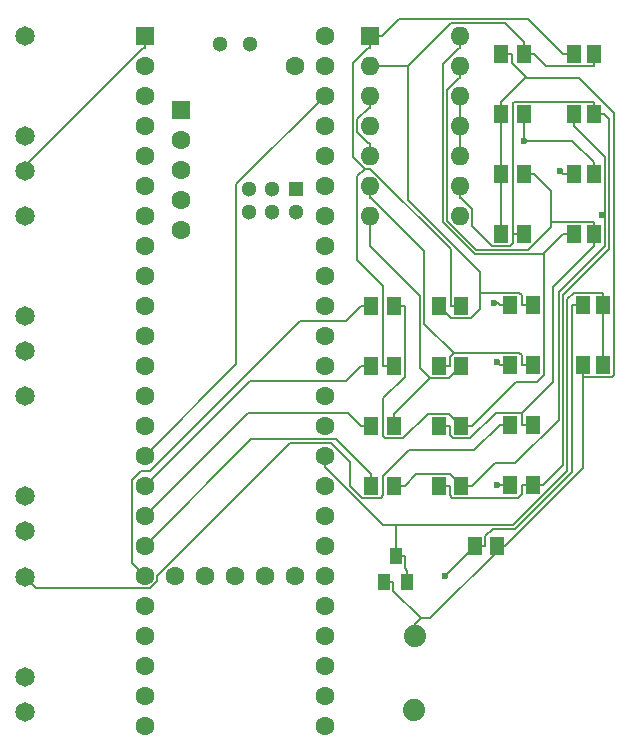
<source format=gbr>
%TF.GenerationSoftware,KiCad,Pcbnew,7.0.2-0*%
%TF.CreationDate,2023-11-13T17:50:44-05:00*%
%TF.ProjectId,Euro Power CV Shield,4575726f-2050-46f7-9765-722043562053,rev?*%
%TF.SameCoordinates,Original*%
%TF.FileFunction,Copper,L1,Top*%
%TF.FilePolarity,Positive*%
%FSLAX46Y46*%
G04 Gerber Fmt 4.6, Leading zero omitted, Abs format (unit mm)*
G04 Created by KiCad (PCBNEW 7.0.2-0) date 2023-11-13 17:50:44*
%MOMM*%
%LPD*%
G01*
G04 APERTURE LIST*
%TA.AperFunction,ComponentPad*%
%ADD10C,1.600000*%
%TD*%
%TA.AperFunction,ComponentPad*%
%ADD11R,1.600000X1.600000*%
%TD*%
%TA.AperFunction,ComponentPad*%
%ADD12R,1.300000X1.300000*%
%TD*%
%TA.AperFunction,ComponentPad*%
%ADD13C,1.300000*%
%TD*%
%TA.AperFunction,ComponentPad*%
%ADD14O,1.600000X1.600000*%
%TD*%
%TA.AperFunction,SMDPad,CuDef*%
%ADD15R,1.300000X1.500000*%
%TD*%
%TA.AperFunction,ComponentPad*%
%ADD16C,1.650000*%
%TD*%
%TA.AperFunction,ComponentPad*%
%ADD17C,1.879600*%
%TD*%
%TA.AperFunction,SMDPad,CuDef*%
%ADD18R,1.000000X1.400000*%
%TD*%
%TA.AperFunction,ViaPad*%
%ADD19C,0.600000*%
%TD*%
%TA.AperFunction,Conductor*%
%ADD20C,0.200000*%
%TD*%
G04 APERTURE END LIST*
D10*
%TO.P,U2,49,VUSB*%
%TO.N,unconnected-(U2-VUSB-Pad49)*%
X132080000Y-78740000D03*
%TO.P,U2,59,GND*%
%TO.N,unconnected-(U2-GND-Pad59)*%
X122430800Y-92659200D03*
%TO.P,U2,58,GND*%
%TO.N,unconnected-(U2-GND-Pad58)*%
X122430800Y-90119200D03*
%TO.P,U2,57,D+*%
%TO.N,unconnected-(U2-D+-Pad57)*%
X122430800Y-87579200D03*
%TO.P,U2,56,D-*%
%TO.N,unconnected-(U2-D--Pad56)*%
X122430800Y-85039200D03*
D11*
%TO.P,U2,55,5V*%
%TO.N,unconnected-(U2-5V-Pad55)*%
X122430800Y-82499200D03*
D10*
%TO.P,U2,48,VIN*%
%TO.N,unconnected-(U2-VIN-Pad48)*%
X134620000Y-76200000D03*
%TO.P,U2,47,GND*%
%TO.N,GND*%
X134620000Y-78740000D03*
%TO.P,U2,46,3V3*%
%TO.N,/3V3*%
X134620000Y-81280000D03*
%TO.P,U2,45,23_A9_CRX1_MCLK1*%
%TO.N,unconnected-(U2-23_A9_CRX1_MCLK1-Pad45)*%
X134620000Y-83820000D03*
%TO.P,U2,44,22_A8_CTX1*%
%TO.N,unconnected-(U2-22_A8_CTX1-Pad44)*%
X134620000Y-86360000D03*
%TO.P,U2,43,21_A7_RX5_BCLK1*%
%TO.N,unconnected-(U2-21_A7_RX5_BCLK1-Pad43)*%
X134620000Y-88900000D03*
%TO.P,U2,42,20_A6_TX5_LRCLK1*%
%TO.N,unconnected-(U2-20_A6_TX5_LRCLK1-Pad42)*%
X134620000Y-91440000D03*
%TO.P,U2,41,19_A5_SCL*%
%TO.N,unconnected-(U2-19_A5_SCL-Pad41)*%
X134620000Y-93980000D03*
%TO.P,U2,40,18_A4_SDA*%
%TO.N,unconnected-(U2-18_A4_SDA-Pad40)*%
X134620000Y-96520000D03*
%TO.P,U2,39,17_A3_TX4_SDA1*%
%TO.N,unconnected-(U2-17_A3_TX4_SDA1-Pad39)*%
X134620000Y-99060000D03*
%TO.P,U2,38,16_A2_RX4_SCL1*%
%TO.N,unconnected-(U2-16_A2_RX4_SCL1-Pad38)*%
X134620000Y-101600000D03*
%TO.P,U2,37,15_A1_RX3_SPDIF_IN*%
%TO.N,unconnected-(U2-15_A1_RX3_SPDIF_IN-Pad37)*%
X134620000Y-104140000D03*
%TO.P,U2,36,14_A0_TX3_SPDIF_OUT*%
%TO.N,unconnected-(U2-14_A0_TX3_SPDIF_OUT-Pad36)*%
X134620000Y-106680000D03*
%TO.P,U2,35,13_SCK_LED*%
%TO.N,unconnected-(U2-13_SCK_LED-Pad35)*%
X134620000Y-109220000D03*
D11*
%TO.P,U2,1,GND*%
%TO.N,GND*%
X119380000Y-76200000D03*
D10*
%TO.P,U2,2,0_RX1_CRX2_CS1*%
%TO.N,unconnected-(U2-0_RX1_CRX2_CS1-Pad2)*%
X119380000Y-78740000D03*
%TO.P,U2,3,1_TX1_CTX2_MISO1*%
%TO.N,unconnected-(U2-1_TX1_CTX2_MISO1-Pad3)*%
X119380000Y-81280000D03*
%TO.P,U2,4,2_OUT2*%
%TO.N,unconnected-(U2-2_OUT2-Pad4)*%
X119380000Y-83820000D03*
%TO.P,U2,5,3_LRCLK2*%
%TO.N,unconnected-(U2-3_LRCLK2-Pad5)*%
X119380000Y-86360000D03*
%TO.P,U2,6,4_BCLK2*%
%TO.N,unconnected-(U2-4_BCLK2-Pad6)*%
X119380000Y-88900000D03*
%TO.P,U2,7,5_IN2*%
%TO.N,unconnected-(U2-5_IN2-Pad7)*%
X119380000Y-91440000D03*
%TO.P,U2,8,6_OUT1D*%
%TO.N,unconnected-(U2-6_OUT1D-Pad8)*%
X119380000Y-93980000D03*
%TO.P,U2,9,7_RX2_OUT1A*%
%TO.N,unconnected-(U2-7_RX2_OUT1A-Pad9)*%
X119380000Y-96520000D03*
%TO.P,U2,10,8_TX2_IN1*%
%TO.N,unconnected-(U2-8_TX2_IN1-Pad10)*%
X119380000Y-99060000D03*
%TO.P,U2,11,9_OUT1C*%
%TO.N,unconnected-(U2-9_OUT1C-Pad11)*%
X119380000Y-101600000D03*
%TO.P,U2,12,10_CS_MQSR*%
%TO.N,unconnected-(U2-10_CS_MQSR-Pad12)*%
X119380000Y-104140000D03*
%TO.P,U2,13,11_MOSI_CTX1*%
%TO.N,unconnected-(U2-11_MOSI_CTX1-Pad13)*%
X119380000Y-106680000D03*
%TO.P,U2,34,GND*%
%TO.N,GND*%
X134620000Y-111760000D03*
%TO.P,U2,33,41_A17*%
%TO.N,unconnected-(U2-41_A17-Pad33)*%
X134620000Y-114300000D03*
%TO.P,U2,32,40_A16*%
%TO.N,unconnected-(U2-40_A16-Pad32)*%
X134620000Y-116840000D03*
%TO.P,U2,31,39_MISO1_OUT1A*%
%TO.N,unconnected-(U2-39_MISO1_OUT1A-Pad31)*%
X134620000Y-119380000D03*
%TO.P,U2,30,38_CS1_IN1*%
%TO.N,unconnected-(U2-38_CS1_IN1-Pad30)*%
X134620000Y-121920000D03*
%TO.P,U2,29,37_CS*%
%TO.N,unconnected-(U2-37_CS-Pad29)*%
X134620000Y-124460000D03*
%TO.P,U2,28,36_CS*%
%TO.N,unconnected-(U2-36_CS-Pad28)*%
X134620000Y-127000000D03*
%TO.P,U2,27,35_TX8*%
%TO.N,unconnected-(U2-35_TX8-Pad27)*%
X134620000Y-129540000D03*
%TO.P,U2,26,34_RX8*%
%TO.N,unconnected-(U2-34_RX8-Pad26)*%
X134620000Y-132080000D03*
%TO.P,U2,25,33_MCLK2*%
%TO.N,unconnected-(U2-33_MCLK2-Pad25)*%
X134620000Y-134620000D03*
%TO.P,U2,24,32_OUT1B*%
%TO.N,unconnected-(U2-32_OUT1B-Pad24)*%
X119380000Y-134620000D03*
%TO.P,U2,23,31_CTX3*%
%TO.N,unconnected-(U2-31_CTX3-Pad23)*%
X119380000Y-132080000D03*
%TO.P,U2,22,30_CRX3*%
%TO.N,unconnected-(U2-30_CRX3-Pad22)*%
X119380000Y-129540000D03*
%TO.P,U2,21,29_TX7*%
%TO.N,unconnected-(U2-29_TX7-Pad21)*%
X119380000Y-127000000D03*
%TO.P,U2,14,12_MISO_MQSL*%
%TO.N,unconnected-(U2-12_MISO_MQSL-Pad14)*%
X119380000Y-109220000D03*
%TO.P,U2,15,3V3*%
%TO.N,/3V3*%
X119380000Y-111760000D03*
%TO.P,U2,16,24_A10_TX6_SCL2*%
%TO.N,/CV_1*%
X119380000Y-114300000D03*
%TO.P,U2,20,28_RX7*%
%TO.N,unconnected-(U2-28_RX7-Pad20)*%
X119380000Y-124460000D03*
%TO.P,U2,19,27_A13_SCK1*%
%TO.N,/CV_4*%
X119380000Y-121920000D03*
%TO.P,U2,18,26_A12_MOSI1*%
%TO.N,/CV_3*%
X119380000Y-119380000D03*
%TO.P,U2,17,25_A11_RX6_SDA2*%
%TO.N,/CV_2*%
X119380000Y-116840000D03*
D12*
%TO.P,U2,60,R+*%
%TO.N,unconnected-(U2-R+-Pad60)*%
X132181600Y-89170000D03*
D13*
%TO.P,U2,65,R-*%
%TO.N,unconnected-(U2-R--Pad65)*%
X132181600Y-91170000D03*
%TO.P,U2,61,LED*%
%TO.N,unconnected-(U2-LED-Pad61)*%
X130181600Y-89170000D03*
%TO.P,U2,64,GND*%
%TO.N,unconnected-(U2-GND-Pad64)*%
X130181600Y-91170000D03*
%TO.P,U2,63,T+*%
%TO.N,unconnected-(U2-T+-Pad63)*%
X128181600Y-91170000D03*
%TO.P,U2,62,T-*%
%TO.N,unconnected-(U2-T--Pad62)*%
X128181600Y-89170000D03*
D10*
%TO.P,U2,50,VBAT*%
%TO.N,unconnected-(U2-VBAT-Pad50)*%
X121920000Y-121920000D03*
%TO.P,U2,51,3V3*%
%TO.N,unconnected-(U2-3V3-Pad51)*%
X124460000Y-121920000D03*
%TO.P,U2,52,GND*%
%TO.N,unconnected-(U2-GND-Pad52)*%
X127000000Y-121920000D03*
%TO.P,U2,53,PROGRAM*%
%TO.N,unconnected-(U2-PROGRAM-Pad53)*%
X129540000Y-121920000D03*
%TO.P,U2,54,ON_OFF*%
%TO.N,unconnected-(U2-ON_OFF-Pad54)*%
X132080000Y-121920000D03*
D13*
%TO.P,U2,67,D+*%
%TO.N,unconnected-(U2-D+-Pad67)*%
X125730000Y-76930000D03*
%TO.P,U2,66,D-*%
%TO.N,unconnected-(U2-D--Pad66)*%
X128270000Y-76930000D03*
%TD*%
D14*
%TO.P,U1,14*%
%TO.N,Net-(C5-Pad1)*%
X146060000Y-76220000D03*
%TO.P,U1,7*%
%TO.N,Net-(C12-Pad1)*%
X138440000Y-91460000D03*
%TO.P,U1,13,-*%
%TO.N,Net-(U1D--)*%
X146060000Y-78760000D03*
%TO.P,U1,6,-*%
%TO.N,Net-(U1B--)*%
X138440000Y-88920000D03*
%TO.P,U1,12,+*%
%TO.N,GND*%
X146060000Y-81300000D03*
%TO.P,U1,5,+*%
X138440000Y-86380000D03*
%TO.P,U1,11,V-*%
X146060000Y-83840000D03*
%TO.P,U1,4,V+*%
%TO.N,/3V3*%
X138440000Y-83840000D03*
%TO.P,U1,10,+*%
%TO.N,GND*%
X146060000Y-86380000D03*
%TO.P,U1,3,+*%
X138440000Y-81300000D03*
%TO.P,U1,9,-*%
%TO.N,Net-(U1C--)*%
X146060000Y-88920000D03*
%TO.P,U1,2,-*%
%TO.N,Net-(U1A--)*%
X138440000Y-78760000D03*
%TO.P,U1,8*%
%TO.N,Net-(C4-Pad1)*%
X146060000Y-91460000D03*
D11*
%TO.P,U1,1*%
%TO.N,Net-(C1-Pad1)*%
X138440000Y-76220000D03*
%TD*%
D15*
%TO.P,R17,1,1*%
%TO.N,Net-(CV_4-2)*%
X150320900Y-109131900D03*
%TO.P,R17,2,2*%
%TO.N,Net-(U1D--)*%
X152220900Y-109131900D03*
%TD*%
%TO.P,R16,1,1*%
%TO.N,Net-(U1D--)*%
X144293200Y-109249100D03*
%TO.P,R16,2,2*%
%TO.N,Net-(C5-Pad1)*%
X146193200Y-109249100D03*
%TD*%
%TO.P,R15,1,1*%
%TO.N,/OFFSET*%
X149565500Y-87915100D03*
%TO.P,R15,2,2*%
%TO.N,Net-(U1D--)*%
X151465500Y-87915100D03*
%TD*%
%TO.P,R14,1,1*%
%TO.N,/CV_4*%
X138573200Y-99089100D03*
%TO.P,R14,2,2*%
%TO.N,Net-(C5-Pad1)*%
X140473200Y-99089100D03*
%TD*%
%TO.P,R13,1,1*%
%TO.N,Net-(CV_3-2)*%
X150320900Y-114211900D03*
%TO.P,R13,2,2*%
%TO.N,Net-(U1C--)*%
X152220900Y-114211900D03*
%TD*%
%TO.P,R12,1,1*%
%TO.N,Net-(U1C--)*%
X144293200Y-114329100D03*
%TO.P,R12,2,2*%
%TO.N,Net-(C4-Pad1)*%
X146193200Y-114329100D03*
%TD*%
%TO.P,R11,1,1*%
%TO.N,/OFFSET*%
X149565500Y-92995100D03*
%TO.P,R11,2,2*%
%TO.N,Net-(U1C--)*%
X151465500Y-92995100D03*
%TD*%
%TO.P,R10,1,1*%
%TO.N,/CV_3*%
X138573200Y-114329100D03*
%TO.P,R10,2,2*%
%TO.N,Net-(C4-Pad1)*%
X140473200Y-114329100D03*
%TD*%
D16*
%TO.P,CV_4,P$1,2*%
%TO.N,Net-(CV_4-2)*%
X109220000Y-122000000D03*
%TO.P,CV_4,P$2,3*%
%TO.N,unconnected-(CV_4-3-PadP$2)*%
X109220000Y-130500000D03*
%TO.P,CV_4,P$3,1*%
%TO.N,GND*%
X109220000Y-133500000D03*
%TD*%
%TO.P,CV_3,P$1,2*%
%TO.N,Net-(CV_3-2)*%
X109220000Y-106680000D03*
%TO.P,CV_3,P$2,3*%
%TO.N,unconnected-(CV_3-3-PadP$2)*%
X109220000Y-115180000D03*
%TO.P,CV_3,P$3,1*%
%TO.N,GND*%
X109220000Y-118180000D03*
%TD*%
D15*
%TO.P,C5,1,1*%
%TO.N,Net-(C5-Pad1)*%
X155695500Y-92995100D03*
%TO.P,C5,2,2*%
%TO.N,Net-(U1D--)*%
X157395500Y-92995100D03*
%TD*%
%TO.P,C4,1,1*%
%TO.N,Net-(C4-Pad1)*%
X155695500Y-82835100D03*
%TO.P,C4,2,2*%
%TO.N,Net-(U1C--)*%
X157395500Y-82835100D03*
%TD*%
D17*
%TO.P,OffsetTestPoint (-5v),1,1*%
%TO.N,/OFFSET*%
X142240000Y-127000000D03*
%TD*%
D15*
%TO.P,R9,1,1*%
%TO.N,/CV_2*%
X138573200Y-109249100D03*
%TO.P,R9,2,2*%
%TO.N,Net-(C12-Pad1)*%
X140473200Y-109249100D03*
%TD*%
%TO.P,R8,1,1*%
%TO.N,Net-(U1B--)*%
X144293200Y-104169100D03*
%TO.P,R8,2,2*%
%TO.N,Net-(C12-Pad1)*%
X146193200Y-104169100D03*
%TD*%
%TO.P,R7,1,1*%
%TO.N,/OFFSET*%
X149565500Y-82835100D03*
%TO.P,R7,2,2*%
%TO.N,Net-(U1B--)*%
X151465500Y-82835100D03*
%TD*%
%TO.P,R6,1,1*%
%TO.N,/CV_1*%
X138573200Y-104169100D03*
%TO.P,R6,2,2*%
%TO.N,Net-(C1-Pad1)*%
X140473200Y-104169100D03*
%TD*%
%TO.P,R5,1,1*%
%TO.N,Net-(U1A--)*%
X144293200Y-99089100D03*
%TO.P,R5,2,2*%
%TO.N,Net-(C1-Pad1)*%
X146193200Y-99089100D03*
%TD*%
%TO.P,R4,1,1*%
%TO.N,/OFFSET*%
X149565500Y-77755100D03*
%TO.P,R4,2,2*%
%TO.N,Net-(U1A--)*%
X151465500Y-77755100D03*
%TD*%
%TO.P,R3,1,1*%
%TO.N,Net-(CV_1-2)*%
X150320900Y-98971900D03*
%TO.P,R3,2,2*%
%TO.N,Net-(U1A--)*%
X152220900Y-98971900D03*
%TD*%
%TO.P,R2,1,1*%
%TO.N,Net-(CV_2-2)*%
X150320900Y-104051900D03*
%TO.P,R2,2,2*%
%TO.N,Net-(U1B--)*%
X152220900Y-104051900D03*
%TD*%
%TO.P,R1,1,1*%
%TO.N,VEE*%
X147320000Y-119380000D03*
%TO.P,R1,2,2*%
%TO.N,/OFFSET*%
X149220000Y-119380000D03*
%TD*%
D18*
%TO.P,IC1,1,+VS*%
%TO.N,/OFFSET*%
X139671500Y-122455700D03*
%TO.P,IC1,2,VO*%
%TO.N,GND*%
X141571500Y-122455700D03*
%TO.P,IC1,3,GND*%
X140621500Y-120255700D03*
%TD*%
D16*
%TO.P,CV_2,P$1,2*%
%TO.N,Net-(CV_2-2)*%
X109220000Y-91440000D03*
%TO.P,CV_2,P$2,3*%
%TO.N,unconnected-(CV_2-3-PadP$2)*%
X109220000Y-99940000D03*
%TO.P,CV_2,P$3,1*%
%TO.N,GND*%
X109220000Y-102940000D03*
%TD*%
%TO.P,CV_1,P$1,2*%
%TO.N,Net-(CV_1-2)*%
X109220000Y-76200000D03*
%TO.P,CV_1,P$2,3*%
%TO.N,unconnected-(CV_1-3-PadP$2)*%
X109220000Y-84700000D03*
%TO.P,CV_1,P$3,1*%
%TO.N,GND*%
X109220000Y-87700000D03*
%TD*%
D15*
%TO.P,C12,1,1*%
%TO.N,Net-(C12-Pad1)*%
X155695500Y-87915100D03*
%TO.P,C12,2,2*%
%TO.N,Net-(U1B--)*%
X157395500Y-87915100D03*
%TD*%
%TO.P,C3,2,2*%
%TO.N,GND*%
X158150900Y-104051900D03*
%TO.P,C3,1,1*%
%TO.N,/OFFSET*%
X156450900Y-104051900D03*
%TD*%
%TO.P,C2,2,2*%
%TO.N,GND*%
X158150900Y-98971900D03*
%TO.P,C2,1,1*%
%TO.N,VEE*%
X156450900Y-98971900D03*
%TD*%
%TO.P,C1,1,1*%
%TO.N,Net-(C1-Pad1)*%
X155695500Y-77755100D03*
%TO.P,C1,2,2*%
%TO.N,Net-(U1A--)*%
X157395500Y-77755100D03*
%TD*%
D17*
%TO.P,-12V_IN,1,1*%
%TO.N,VEE*%
X142154400Y-133319200D03*
%TD*%
D19*
%TO.N,VEE*%
X144780000Y-121920000D03*
%TO.N,Net-(U1B--)*%
X151465500Y-85110000D03*
%TO.N,Net-(C12-Pad1)*%
X154575600Y-87697700D03*
%TO.N,Net-(C4-Pad1)*%
X158128800Y-91412300D03*
%TO.N,Net-(CV_3-2)*%
X149205500Y-114261700D03*
%TO.N,Net-(CV_2-2)*%
X149196500Y-103830000D03*
%TO.N,Net-(CV_1-2)*%
X148987200Y-98839100D03*
%TD*%
D20*
%TO.N,VEE*%
X147320000Y-119380000D02*
X144780000Y-121920000D01*
%TO.N,/CV_4*%
X118320000Y-120860000D02*
X119380000Y-121920000D01*
X118320000Y-113804900D02*
X118320000Y-120860000D01*
X119094900Y-113030000D02*
X118320000Y-113804900D01*
X119862400Y-113030000D02*
X119094900Y-113030000D01*
X132562400Y-100330000D02*
X119862400Y-113030000D01*
X136429800Y-100330000D02*
X132562400Y-100330000D01*
X137670700Y-99089100D02*
X136429800Y-100330000D01*
X138573200Y-99089100D02*
X137670700Y-99089100D01*
%TO.N,Net-(CV_4-2)*%
X150320900Y-109131900D02*
X149418400Y-109131900D01*
X147268000Y-111282300D02*
X149418400Y-109131900D01*
X141762900Y-111282300D02*
X147268000Y-111282300D01*
X139570600Y-113474600D02*
X141762900Y-111282300D01*
X139570600Y-115107100D02*
X139570600Y-113474600D01*
X139345900Y-115331800D02*
X139570600Y-115107100D01*
X137774100Y-115331800D02*
X139345900Y-115331800D01*
X136735200Y-114292900D02*
X137774100Y-115331800D01*
X136735200Y-112311300D02*
X136735200Y-114292900D01*
X135121600Y-110697700D02*
X136735200Y-112311300D01*
X131650200Y-110697700D02*
X135121600Y-110697700D01*
X120432600Y-121915300D02*
X131650200Y-110697700D01*
X120432600Y-122393200D02*
X120432600Y-121915300D01*
X119835000Y-122990800D02*
X120432600Y-122393200D01*
X110210800Y-122990800D02*
X119835000Y-122990800D01*
X109220000Y-122000000D02*
X110210800Y-122990800D01*
%TO.N,Net-(U1B--)*%
X144293200Y-104169100D02*
X145195700Y-104169100D01*
X138440000Y-88920000D02*
X138440000Y-89972500D01*
X143053300Y-100576400D02*
X145526000Y-103049100D01*
X143053300Y-94454200D02*
X143053300Y-100576400D01*
X138571600Y-89972500D02*
X143053300Y-94454200D01*
X138440000Y-89972500D02*
X138571600Y-89972500D01*
X151105300Y-103049100D02*
X145526000Y-103049100D01*
X151318400Y-103262200D02*
X151105300Y-103049100D01*
X151318400Y-104051900D02*
X151318400Y-103262200D01*
X145195700Y-103379400D02*
X145195700Y-104169100D01*
X145526000Y-103049100D02*
X145195700Y-103379400D01*
X152220900Y-104051900D02*
X151318400Y-104051900D01*
X151465500Y-82835100D02*
X151465500Y-83837600D01*
X151465500Y-83837600D02*
X151465500Y-85110000D01*
X155592900Y-85110000D02*
X151465500Y-85110000D01*
X157395500Y-86912600D02*
X155592900Y-85110000D01*
X157395500Y-87915100D02*
X157395500Y-86912600D01*
%TO.N,Net-(C12-Pad1)*%
X138440000Y-91460000D02*
X138440000Y-92512500D01*
X140473200Y-109249100D02*
X140473200Y-108246600D01*
X143531400Y-105188400D02*
X140473200Y-108246600D01*
X142700700Y-104357800D02*
X143531400Y-105188400D01*
X142700700Y-98268500D02*
X142700700Y-104357800D01*
X138440000Y-94007800D02*
X142700700Y-98268500D01*
X138440000Y-92512500D02*
X138440000Y-94007800D01*
X145173800Y-105188500D02*
X146193200Y-104169100D01*
X143531400Y-105188500D02*
X145173800Y-105188500D01*
X143531400Y-105188400D02*
X143531400Y-105188500D01*
X155695500Y-87915100D02*
X154793000Y-87915100D01*
X154793000Y-87915100D02*
X154575600Y-87697700D01*
%TO.N,Net-(U1D--)*%
X144293200Y-109249100D02*
X145195700Y-109249100D01*
X146060000Y-78760000D02*
X146060000Y-79812500D01*
X152220900Y-109131900D02*
X151318400Y-109131900D01*
X151465500Y-87915100D02*
X152368000Y-87915100D01*
X149119200Y-108127900D02*
X151318400Y-108127900D01*
X146950200Y-110296900D02*
X149119200Y-108127900D01*
X145453800Y-110296900D02*
X146950200Y-110296900D01*
X145195700Y-110038800D02*
X145453800Y-110296900D01*
X145195700Y-109249100D02*
X145195700Y-110038800D01*
X153912100Y-105534200D02*
X151318400Y-108127900D01*
X153912100Y-97481000D02*
X153912100Y-105534200D01*
X157395500Y-93997600D02*
X153912100Y-97481000D01*
X151318400Y-108127900D02*
X151318400Y-109131900D01*
X157395500Y-93496300D02*
X157395500Y-93997600D01*
X157395500Y-93496300D02*
X157395500Y-92995100D01*
X157395500Y-92995100D02*
X157395500Y-91992600D01*
X157395500Y-91992600D02*
X153793400Y-91992600D01*
X153793400Y-92439900D02*
X153793400Y-91992600D01*
X151869800Y-94363500D02*
X153793400Y-92439900D01*
X147456200Y-94363500D02*
X151869800Y-94363500D01*
X144964000Y-91871300D02*
X147456200Y-94363500D01*
X144964000Y-80799400D02*
X144964000Y-91871300D01*
X145950900Y-79812500D02*
X144964000Y-80799400D01*
X146060000Y-79812500D02*
X145950900Y-79812500D01*
X153793400Y-89340500D02*
X152368000Y-87915100D01*
X153793400Y-91992600D02*
X153793400Y-89340500D01*
%TO.N,Net-(C5-Pad1)*%
X145152300Y-108208200D02*
X146193200Y-109249100D01*
X143345800Y-108208200D02*
X145152300Y-108208200D01*
X141283600Y-110270400D02*
X143345800Y-108208200D01*
X139715600Y-110270400D02*
X141283600Y-110270400D01*
X139570600Y-110125400D02*
X139715600Y-110270400D01*
X139570600Y-106873600D02*
X139570600Y-110125400D01*
X141375700Y-105068500D02*
X139570600Y-106873600D01*
X141375700Y-99089100D02*
X141375700Y-105068500D01*
X140473200Y-99089100D02*
X141375700Y-99089100D01*
X155695500Y-92995100D02*
X154793000Y-92995100D01*
X146193200Y-109249100D02*
X147095700Y-109249100D01*
X146060000Y-76220000D02*
X146060000Y-77272500D01*
X153160200Y-94627900D02*
X153160200Y-94716100D01*
X154793000Y-92995100D02*
X153160200Y-94627900D01*
X150803700Y-105541100D02*
X147095700Y-109249100D01*
X152548400Y-105541100D02*
X150803700Y-105541100D01*
X153160200Y-104929300D02*
X152548400Y-105541100D01*
X153160200Y-94716100D02*
X153160200Y-104929300D01*
X147310100Y-94716100D02*
X153160200Y-94716100D01*
X144611400Y-92017400D02*
X147310100Y-94716100D01*
X144611400Y-78612000D02*
X144611400Y-92017400D01*
X145950900Y-77272500D02*
X144611400Y-78612000D01*
X146060000Y-77272500D02*
X145950900Y-77272500D01*
%TO.N,Net-(U1C--)*%
X146060000Y-88920000D02*
X146060000Y-89972500D01*
X146191700Y-89972500D02*
X146060000Y-89972500D01*
X147112500Y-90893300D02*
X146191700Y-89972500D01*
X147112500Y-92309700D02*
X147112500Y-90893300D01*
X148800500Y-93997700D02*
X147112500Y-92309700D01*
X150328000Y-93997700D02*
X148800500Y-93997700D01*
X150563000Y-93762700D02*
X150328000Y-93997700D01*
X150563000Y-92995100D02*
X150563000Y-93762700D01*
X151102400Y-92995100D02*
X150563000Y-92995100D01*
X151102400Y-92995100D02*
X151465500Y-92995100D01*
X151318400Y-115001600D02*
X151318400Y-114211900D01*
X150988300Y-115331700D02*
X151318400Y-115001600D01*
X145408600Y-115331700D02*
X150988300Y-115331700D01*
X145195700Y-115118800D02*
X145408600Y-115331700D01*
X145195700Y-114329100D02*
X145195700Y-115118800D01*
X144293200Y-114329100D02*
X145195700Y-114329100D01*
X152220900Y-114211900D02*
X151318400Y-114211900D01*
X152220900Y-114211900D02*
X153123400Y-114211900D01*
X150563000Y-81931300D02*
X150563000Y-92995100D01*
X150661700Y-81832600D02*
X150563000Y-81931300D01*
X157395500Y-81832600D02*
X150661700Y-81832600D01*
X157395500Y-82835100D02*
X158298000Y-82835100D01*
X157395500Y-82835100D02*
X157395500Y-81832600D01*
X158700900Y-83238000D02*
X158298000Y-82835100D01*
X158700900Y-94262400D02*
X158700900Y-83238000D01*
X154818200Y-98145100D02*
X158700900Y-94262400D01*
X154818200Y-112517100D02*
X154818200Y-98145100D01*
X153123400Y-114211900D02*
X154818200Y-112517100D01*
%TO.N,Net-(C4-Pad1)*%
X155695500Y-82835100D02*
X155695500Y-83837600D01*
X145190600Y-113326500D02*
X146193200Y-114329100D01*
X142378300Y-113326500D02*
X145190600Y-113326500D01*
X141375700Y-114329100D02*
X142378300Y-113326500D01*
X140473200Y-114329100D02*
X141375700Y-114329100D01*
X146193200Y-114329100D02*
X147095700Y-114329100D01*
X158128800Y-91412300D02*
X158310700Y-91412300D01*
X158310700Y-86452800D02*
X158310700Y-91412300D01*
X155695500Y-83837600D02*
X158310700Y-86452800D01*
X158310700Y-93997700D02*
X158310700Y-91412300D01*
X154414400Y-97894000D02*
X158310700Y-93997700D01*
X154414400Y-108714400D02*
X154414400Y-97894000D01*
X150728500Y-112400300D02*
X154414400Y-108714400D01*
X149024500Y-112400300D02*
X150728500Y-112400300D01*
X147095700Y-114329100D02*
X149024500Y-112400300D01*
%TO.N,Net-(U1A--)*%
X138440000Y-78760000D02*
X139492500Y-78760000D01*
X153370500Y-78757600D02*
X152368000Y-77755100D01*
X157395500Y-78757600D02*
X153370500Y-78757600D01*
X157395500Y-77755100D02*
X157395500Y-78757600D01*
X151465500Y-77755100D02*
X152368000Y-77755100D01*
X151465500Y-77755100D02*
X151465500Y-76752600D01*
X141672300Y-78760000D02*
X139492500Y-78760000D01*
X152220900Y-98971900D02*
X151318400Y-98971900D01*
X151318400Y-98182200D02*
X151318400Y-98971900D01*
X151095900Y-97959700D02*
X151318400Y-98182200D01*
X147724300Y-97959700D02*
X151095900Y-97959700D01*
X145295800Y-100091700D02*
X144293200Y-99089100D01*
X146986000Y-100091700D02*
X145295800Y-100091700D01*
X147724300Y-99353400D02*
X146986000Y-100091700D01*
X147724300Y-97959700D02*
X147724300Y-99353400D01*
X149865400Y-75152500D02*
X151465500Y-76752600D01*
X145279800Y-75152500D02*
X149865400Y-75152500D01*
X141672300Y-78760000D02*
X145279800Y-75152500D01*
X147724300Y-96181500D02*
X147724300Y-97959700D01*
X141672300Y-90129500D02*
X147724300Y-96181500D01*
X141672300Y-78760000D02*
X141672300Y-90129500D01*
%TO.N,Net-(C1-Pad1)*%
X146193200Y-99089100D02*
X145290700Y-99089100D01*
X138440000Y-76220000D02*
X138440000Y-77272500D01*
X140473200Y-104169100D02*
X139570700Y-104169100D01*
X138484400Y-87473800D02*
X138024100Y-87473800D01*
X145290700Y-94280100D02*
X138484400Y-87473800D01*
X145290700Y-99089100D02*
X145290700Y-94280100D01*
X138308300Y-77272500D02*
X138440000Y-77272500D01*
X137035000Y-78545800D02*
X138308300Y-77272500D01*
X137035000Y-86484700D02*
X137035000Y-78545800D01*
X138024100Y-87473800D02*
X137035000Y-86484700D01*
X139570700Y-97371700D02*
X139570700Y-104169100D01*
X137369900Y-95170900D02*
X139570700Y-97371700D01*
X137369900Y-88128000D02*
X137369900Y-95170900D01*
X138024100Y-87473800D02*
X137369900Y-88128000D01*
X140938100Y-74774400D02*
X139492500Y-76220000D01*
X151812300Y-74774400D02*
X140938100Y-74774400D01*
X154793000Y-77755100D02*
X151812300Y-74774400D01*
X155695500Y-77755100D02*
X154793000Y-77755100D01*
X138440000Y-76220000D02*
X139492500Y-76220000D01*
%TO.N,/3V3*%
X127124800Y-104015200D02*
X119380000Y-111760000D01*
X127124800Y-88775200D02*
X127124800Y-104015200D01*
X134620000Y-81280000D02*
X127124800Y-88775200D01*
%TO.N,/CV_3*%
X128415000Y-110345000D02*
X119380000Y-119380000D01*
X135591600Y-110345000D02*
X128415000Y-110345000D01*
X138573200Y-113326600D02*
X135591600Y-110345000D01*
X138573200Y-114329100D02*
X138573200Y-113326600D01*
%TO.N,/CV_2*%
X128080500Y-108139500D02*
X119380000Y-116840000D01*
X136561100Y-108139500D02*
X128080500Y-108139500D01*
X137670700Y-109249100D02*
X136561100Y-108139500D01*
X138573200Y-109249100D02*
X137670700Y-109249100D01*
%TO.N,/CV_1*%
X128270000Y-105410000D02*
X119380000Y-114300000D01*
X136429800Y-105410000D02*
X128270000Y-105410000D01*
X137670700Y-104169100D02*
X136429800Y-105410000D01*
X138573200Y-104169100D02*
X137670700Y-104169100D01*
%TO.N,Net-(CV_3-2)*%
X150320900Y-114211900D02*
X149418400Y-114211900D01*
X149255300Y-114211900D02*
X149205500Y-114261700D01*
X149418400Y-114211900D02*
X149255300Y-114211900D01*
%TO.N,Net-(CV_2-2)*%
X150320900Y-104051900D02*
X149418400Y-104051900D01*
X149196500Y-103830000D02*
X149418400Y-104051900D01*
%TO.N,Net-(CV_1-2)*%
X149285600Y-98839100D02*
X149418400Y-98971900D01*
X148987200Y-98839100D02*
X149285600Y-98839100D01*
X150320900Y-98971900D02*
X149418400Y-98971900D01*
%TO.N,VEE*%
X156450900Y-98971900D02*
X155548400Y-98971900D01*
X147320000Y-119380000D02*
X148222500Y-119380000D01*
X148222500Y-118590300D02*
X148222500Y-119380000D01*
X148838900Y-117973900D02*
X148222500Y-118590300D01*
X150720100Y-117973900D02*
X148838900Y-117973900D01*
X155548400Y-113145600D02*
X150720100Y-117973900D01*
X155548400Y-98971900D02*
X155548400Y-113145600D01*
%TO.N,/OFFSET*%
X139671500Y-122455700D02*
X140424000Y-122455700D01*
X149220000Y-119380000D02*
X149671300Y-119380000D01*
X140424000Y-123208100D02*
X140424000Y-122455700D01*
X142745400Y-125529500D02*
X140424000Y-123208100D01*
X143521800Y-125529500D02*
X142745400Y-125529500D01*
X149671300Y-119380000D02*
X143521800Y-125529500D01*
X142240000Y-126034900D02*
X142240000Y-127000000D01*
X142745400Y-125529500D02*
X142240000Y-126034900D01*
X149565500Y-77755100D02*
X150468000Y-77755100D01*
X149565500Y-82835100D02*
X149565500Y-87915100D01*
X149565500Y-87915100D02*
X149565500Y-92995100D01*
X149565500Y-82835100D02*
X149565500Y-81832600D01*
X149565500Y-81832600D02*
X151660700Y-79737400D01*
X150468000Y-78544800D02*
X150468000Y-77755100D01*
X151660700Y-79737400D02*
X150468000Y-78544800D01*
X151748000Y-79824800D02*
X151660700Y-79737400D01*
X156155200Y-79824800D02*
X151748000Y-79824800D01*
X159087000Y-82756600D02*
X156155200Y-79824800D01*
X159087000Y-104898800D02*
X159087000Y-82756600D01*
X158922300Y-105063500D02*
X159087000Y-104898800D01*
X156450900Y-105063500D02*
X158922300Y-105063500D01*
X156450900Y-104051900D02*
X156450900Y-105063500D01*
X149885000Y-119380000D02*
X149671300Y-119380000D01*
X156450900Y-112814100D02*
X149885000Y-119380000D01*
X156450900Y-105063500D02*
X156450900Y-112814100D01*
%TO.N,GND*%
X141374000Y-121305700D02*
X141571500Y-121503200D01*
X141374000Y-120255700D02*
X141374000Y-121305700D01*
X141571500Y-122455700D02*
X141571500Y-121503200D01*
X140621500Y-120255700D02*
X141374000Y-120255700D01*
X146060000Y-83840000D02*
X146060000Y-81300000D01*
X138330900Y-82352500D02*
X138440000Y-82352500D01*
X137387500Y-83295900D02*
X138330900Y-82352500D01*
X137387500Y-84395100D02*
X137387500Y-83295900D01*
X138319900Y-85327500D02*
X137387500Y-84395100D01*
X138440000Y-85327500D02*
X138319900Y-85327500D01*
X138440000Y-86380000D02*
X138440000Y-85327500D01*
X138440000Y-81300000D02*
X138440000Y-82352500D01*
X109220000Y-87280800D02*
X109220000Y-87700000D01*
X119248300Y-77252500D02*
X109220000Y-87280800D01*
X119380000Y-77252500D02*
X119248300Y-77252500D01*
X119380000Y-76200000D02*
X119380000Y-77252500D01*
X146060000Y-86380000D02*
X146060000Y-83840000D01*
X158150900Y-104051900D02*
X158150900Y-98971900D01*
X158150900Y-98971900D02*
X158150900Y-97969400D01*
X140621500Y-117621300D02*
X140621500Y-120255700D01*
X139545500Y-117621300D02*
X140621500Y-117621300D01*
X134620000Y-112695800D02*
X139545500Y-117621300D01*
X134620000Y-111760000D02*
X134620000Y-112695800D01*
X155693300Y-97969400D02*
X158150900Y-97969400D01*
X155170800Y-98491900D02*
X155693300Y-97969400D01*
X155170800Y-113024500D02*
X155170800Y-98491900D01*
X150574000Y-117621300D02*
X155170800Y-113024500D01*
X140621500Y-117621300D02*
X150574000Y-117621300D01*
%TD*%
M02*

</source>
